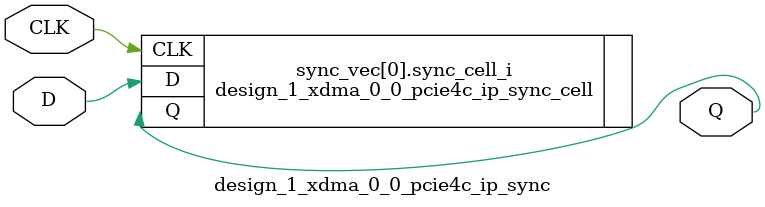
<source format=v>

`timescale 1ps / 1ps

(* DowngradeIPIdentifiedWarnings = "yes" *)
module design_1_xdma_0_0_pcie4c_ip_sync #
(
    parameter integer WIDTH = 1, 
    parameter integer STAGE = 3
)
(
    //-------------------------------------------------------------------------- 
    //  Input Ports
    //-------------------------------------------------------------------------- 
    input                               CLK,
    input       [WIDTH-1:0]             D,
    
    //-------------------------------------------------------------------------- 
    //  Output Ports
    //-------------------------------------------------------------------------- 
    output      [WIDTH-1:0]             Q
);                                                        



//--------------------------------------------------------------------------------------------------
//  Generate Synchronizer - Begin
//--------------------------------------------------------------------------------------------------
genvar i;

generate for (i=0; i<WIDTH; i=i+1) 

    begin : sync_vec

    //----------------------------------------------------------------------
    //  Synchronizer
    //----------------------------------------------------------------------
    design_1_xdma_0_0_pcie4c_ip_sync_cell #
    (
        .STAGE                          (STAGE)
    )    
    sync_cell_i
    (
        //------------------------------------------------------------------
        //  Input Ports
        //------------------------------------------------------------------
        .CLK                            (CLK),
        .D                              (D[i]),

        //------------------------------------------------------------------
        //  Output Ports
        //------------------------------------------------------------------
        .Q                              (Q[i])
    );
 
    end   
      
endgenerate 
//--------------------------------------------------------------------------------------------------
//  Generate - End
//--------------------------------------------------------------------------------------------------



endmodule

</source>
